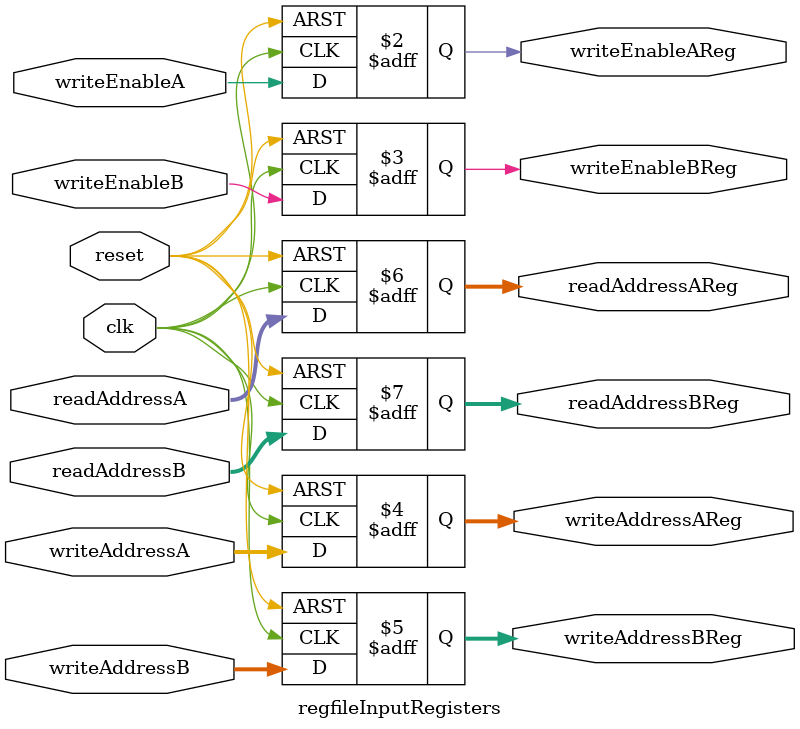
<source format=sv>


module regfileInputRegisters(
    input   logic         clk,
    input   logic         reset,
    input   logic         writeEnableA,
    input   logic         writeEnableB,
    input   logic  [4:0]  writeAddressA,
    input   logic  [4:0]  writeAddressB,
    input   logic  [4:0]  readAddressA,
    input   logic  [4:0]  readAddressB,

    output  logic         writeEnableAReg,
    output  logic         writeEnableBReg,
    output  logic  [4:0]  writeAddressAReg,
    output  logic  [4:0]  writeAddressBReg,
    output  logic  [4:0]  readAddressAReg,
    output  logic  [4:0]  readAddressBReg
    );


    always_ff @(posedge clk or posedge reset) begin
        if(reset) begin
            writeEnableAReg  <= 1'b0;
            writeEnableBReg  <= 1'b0;
            writeAddressAReg <= 5'b0;
            writeAddressBReg <= 5'b0;
            readAddressAReg  <= 5'b0;
            readAddressBReg  <= 5'b0;
        end else begin
            writeEnableAReg  <= writeEnableA;
            writeEnableBReg  <= writeEnableB;
            writeAddressAReg <= writeAddressA;
            writeAddressBReg <= writeAddressB;
            readAddressAReg  <= readAddressA;
            readAddressBReg  <= readAddressB;
        end
    end


endmodule


</source>
